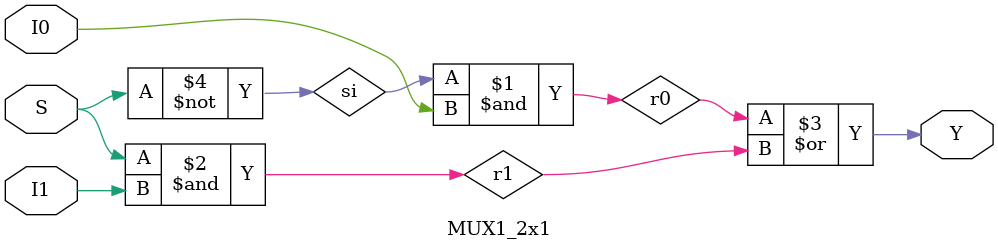
<source format=v>
module MUX32_32x1(Y, I0, I1, I2, I3, I4, I5, I6, I7,
                     I8, I9, I10, I11, I12, I13, I14, I15,
                     I16, I17, I18, I19, I20, I21, I22, I23,
                     I24, I25, I26, I27, I28, I29, I30, I31, S);
// output list
output [31:0] Y;
//input list
input [31:0] I0, I1, I2, I3, I4, I5, I6, I7;
input [31:0] I8, I9, I10, I11, I12, I13, I14, I15;
input [31:0] I16, I17, I18, I19, I20, I21, I22, I23;
input [31:0] I24, I25, I26, I27, I28, I29, I30, I31;
input [4:0] S;

wire [31:0] mux_res_1, mux_res_2;

	MUX32_16x1 mux_inst_1(mux_res_1, I0, I1, I2, I3, I4, I5, I6, I7, I8, I9, I10, I11, I12, I13, I14, I15, S[3:0]);
	MUX32_16x1 mux_inst_2(mux_res_2, I16, I17, I18, I19, I20, I21, I22, I23, I24, I25, I26, I27, I28, I29, I30, I31, S[3:0]);
	MUX32_2x1 mux_inst_3(Y, mux_res_1, mux_res_2, S[4]);

endmodule

// 32-bit 16x1 mux
module MUX32_16x1(Y, I0, I1, I2, I3, I4, I5, I6, I7,
                     I8, I9, I10, I11, I12, I13, I14, I15, S);
// output list
output [31:0] Y;
//input list
input [31:0] I0;
input [31:0] I1;
input [31:0] I2;
input [31:0] I3;
input [31:0] I4;
input [31:0] I5;
input [31:0] I6;
input [31:0] I7;
input [31:0] I8;
input [31:0] I9;
input [31:0] I10;
input [31:0] I11;
input [31:0] I12;
input [31:0] I13;
input [31:0] I14;
input [31:0] I15;
input [3:0] S;

wire [31:0] mux_res_1, mux_res_2;

	MUX32_8x1 mux_inst_1(mux_res_1, I0, I1, I2, I3, I4, I5, I6, I7, S[2:0]);
	MUX32_8x1 mux_inst_2(mux_res_2, I8, I9, I10, I11, I12, I13, I14, I15, S[2:0]);
	MUX32_2x1 mux_inst_3(Y, mux_res_1, mux_res_2, S[3]);

endmodule

// 32-bit 8x1 mux
module MUX32_8x1(Y, I0, I1, I2, I3, I4, I5, I6, I7, S);
// output list
output [31:0] Y;
//input list
input [31:0] I0;
input [31:0] I1;
input [31:0] I2;
input [31:0] I3;
input [31:0] I4;
input [31:0] I5;
input [31:0] I6;
input [31:0] I7;
input [2:0] S;

wire [31:0] mux_res_1, mux_res_2;

	MUX32_4x1 mux_inst_1(mux_res_1, I0, I1, I2, I3, S[1:0]);
	MUX32_4x1 mux_inst_2(mux_res_2, I4, I5, I6, I7, S[1:0]);
	MUX32_2x1 mux_inst_3(Y, mux_res_1, mux_res_2, S[2]);

endmodule

// 32-bit 4x1 mux
module MUX32_4x1(Y, I0, I1, I2, I3, S);
// output list
output [31:0] Y;
//input list
input [31:0] I0;
input [31:0] I1;
input [31:0] I2;
input [31:0] I3;
input [1:0] S;

wire [31:0] mux_res_1, mux_res_2;

	MUX32_2x1 mux_inst_1(mux_res_1, I0, I1, S[0]);
	MUX32_2x1 mux_inst_2(mux_res_2, I2, I3, S[0]);
	MUX32_2x1 mux_inst_3(Y, mux_res_1, mux_res_2, S[1]);

endmodule

// 32-bit mux
module MUX32_2x1(Y, I0, I1, S);
// output list
output [31:0] Y;
//input list
input [31:0] I0;
input [31:0] I1;
input S;

	genvar i;
	generate
		for(i=0; i<32; i=i+1)
		begin : mux32_gen_loop
			MUX1_2x1 mux_2x1_inst(Y[i],I0[i],I1[i],S);
		end
	endgenerate

endmodule

// 1-bit mux
module MUX1_2x1(Y,I0, I1, S);
//output list
output Y;
//input list
input I0, I1, S;

wire si, r0, r1;

	not not_mux(si, S);
	and and_mux1(r0, si, I0);
	and and_mux2(r1, S, I1);
	or or_mux(Y, r0, r1);

endmodule

</source>
